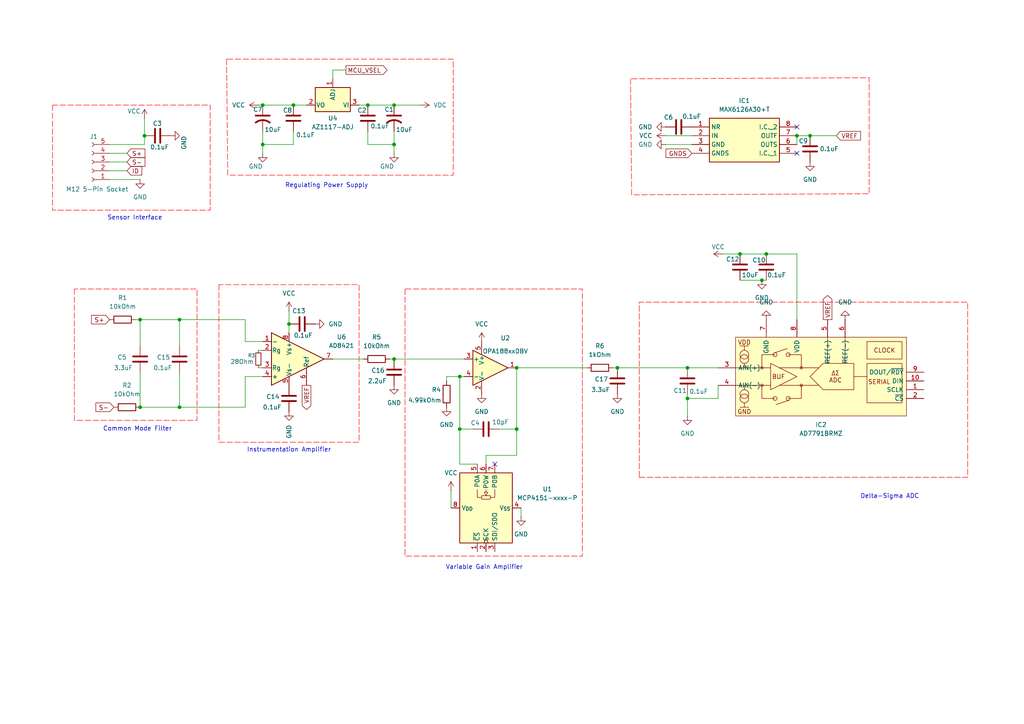
<source format=kicad_sch>
(kicad_sch (version 20250114) (generator "eeschema") (generator_version "9.0")
  (paper "A4")
  (title_block (title "Innovatest Mobile Force Verification Unit Measurement Chain") (date "2025-11-15") (rev "2.0") (comment 1 "Author: Justin Julius Chin Cheong"))
  (lib_symbols
    (symbol "Amplifier_Instrumentation:AD8421" (pin_names (offset 0.127))
      (property "Reference" "U" (at 3.81 7.62 0))
      (property "Value" "AD8421" (at 3.81 5.08 0))
      (symbol "AD8421_0_1"
        (polyline (pts (xy -7.62 7.62) (xy -7.62 -7.62) (xy 7.62 0) (xy -7.62 7.62)) (stroke (width 0.254)) (fill (type background)))
      )
      (symbol "AD8421_1_1"
        (pin input line (at -10.16 5.08 0) (length 2.54) (name "-") (number "1"))
        (pin passive line (at -10.16 2.54 0) (length 2.54) (name "Rg") (number "2"))
        (pin passive line (at -10.16 -2.54 0) (length 2.54) (name "Rg") (number "3"))
        (pin input line (at -10.16 -5.08 0) (length 2.54) (name "+") (number "4"))
        (pin power_in line (at -2.54 7.62 270) (length 2.54) (name "Vs+") (number "8"))
        (pin power_in line (at -2.54 -7.62 90) (length 2.54) (name "Vs-") (number "5"))
        (pin passive line (at 2.54 -7.62 90) (length 5.08) (name "Ref") (number "6"))
        (pin output line (at 10.16 0 180) (length 2.54) (name "~") (number "7"))
      )
    )
    (symbol "Amplifier_Operational:OPA188xxDBV" (pin_names (offset 0.127))
      (property "Reference" "U" (at 0 5.08 0))
      (property "Value" "OPA188xxDBV" (at 0 -5.08 0))
      (symbol "OPA188xxDBV_0_1"
        (polyline (pts (xy -5.08 5.08) (xy 5.08 0) (xy -5.08 -5.08) (xy -5.08 5.08)) (stroke (width 0.254)) (fill (type background)))
        (pin power_in line (at -2.54 7.62 270) (length 3.81) (name "V+") (number "5"))
        (pin power_in line (at -2.54 -7.62 90) (length 3.81) (name "V-") (number "2"))
      )
      (symbol "OPA188xxDBV_1_1"
        (pin input line (at -7.62 2.54 0) (length 2.54) (name "+") (number "3"))
        (pin input line (at -7.62 -2.54 0) (length 2.54) (name "-") (number "4"))
        (pin output line (at 7.62 0 180) (length 2.54) (name "~") (number "1"))
      )
    )
    (symbol "Connector:Conn_01x05_Socket" (pin_names (offset 1.016) (hide yes))
      (property "Reference" "J" (at 0 7.62 0))
      (property "Value" "Conn_01x05_Socket" (at 0 -7.62 0))
      (symbol "Conn_01x05_Socket_1_1"
        (polyline (pts (xy -1.27 5.08) (xy -0.508 5.08)) (stroke (width 0.1524)))
        (polyline (pts (xy -1.27 2.54) (xy -0.508 2.54)) (stroke (width 0.1524)))
        (polyline (pts (xy -1.27 0) (xy -0.508 0)) (stroke (width 0.1524)))
        (polyline (pts (xy -1.27 -2.54) (xy -0.508 -2.54)) (stroke (width 0.1524)))
        (polyline (pts (xy -1.27 -5.08) (xy -0.508 -5.08)) (stroke (width 0.1524)))
        (arc (start 0 4.572) (mid -0.5058 5.08) (end 0 5.588) (stroke (width 0.1524)))
        (arc (start 0 2.032) (mid -0.5058 2.54) (end 0 3.048) (stroke (width 0.1524)))
        (arc (start 0 -0.508) (mid -0.5058 0) (end 0 0.508) (stroke (width 0.1524)))
        (arc (start 0 -3.048) (mid -0.5058 -2.54) (end 0 -2.032) (stroke (width 0.1524)))
        (arc (start 0 -5.588) (mid -0.5058 -5.08) (end 0 -4.572) (stroke (width 0.1524)))
        (pin passive line (at -5.08 5.08 0) (length 3.81) (name "Pin_1") (number "1"))
        (pin passive line (at -5.08 2.54 0) (length 3.81) (name "Pin_2") (number "2"))
        (pin passive line (at -5.08 0 0) (length 3.81) (name "Pin_3") (number "3"))
        (pin passive line (at -5.08 -2.54 0) (length 3.81) (name "Pin_4") (number "4"))
        (pin passive line (at -5.08 -5.08 0) (length 3.81) (name "Pin_5") (number "5"))
      )
    )
    (symbol "Device:C" (pin_numbers (hide yes)) (pin_names (offset 0.254))
      (property "Reference" "C" (at 0.635 2.54 0))
      (property "Value" "C" (at 0.635 -2.54 0))
      (symbol "C_0_1"
        (polyline (pts (xy -2.032 0.762) (xy 2.032 0.762)) (stroke (width 0.508)))
        (polyline (pts (xy -2.032 -0.762) (xy 2.032 -0.762)) (stroke (width 0.508)))
      )
      (symbol "C_1_1"
        (pin passive line (at 0 3.81 270) (length 2.794) (name "~") (number "1"))
        (pin passive line (at 0 -3.81 90) (length 2.794) (name "~") (number "2"))
      )
    )
    (symbol "Device:C_US" (pin_numbers (hide yes)) (pin_names (offset 0.254) (hide yes))
      (property "Reference" "C" (at 0.635 2.54 0))
      (property "Value" "C_US" (at 0.635 -2.54 0))
      (symbol "C_US_0_1"
        (polyline (pts (xy -2.032 0.762) (xy 2.032 0.762)) (stroke (width 0.508)))
        (arc (start -2.032 -1.27) (mid 0 -0.5572) (end 2.032 -1.27) (stroke (width 0.508)))
      )
      (symbol "C_US_1_1"
        (pin passive line (at 0 3.81 270) (length 2.794) (name "~") (number "1"))
        (pin passive line (at 0 -3.81 90) (length 3.302) (name "~") (number "2"))
      )
    )
    (symbol "Device:R" (pin_numbers (hide yes)) (pin_names (offset 0))
      (property "Reference" "R" (at 2.032 0 90))
      (property "Value" "R" (at 0 0 90))
      (symbol "R_0_1"
        (rectangle (start -1.016 -2.54) (end 1.016 2.54) (stroke (width 0.254)))
      )
      (symbol "R_1_1"
        (pin passive line (at 0 3.81 270) (length 1.27) (name "~") (number "1"))
        (pin passive line (at 0 -3.81 90) (length 1.27) (name "~") (number "2"))
      )
    )
    (symbol "Device:R_Small" (pin_numbers (hide yes)) (pin_names (offset 0.254) (hide yes))
      (property "Reference" "R" (at 0 0 90))
      (property "Value" "R_Small" (at 1.778 0 90))
      (symbol "R_Small_0_1"
        (rectangle (start -0.762 1.778) (end 0.762 -1.778) (stroke (width 0.2032)))
      )
      (symbol "R_Small_1_1"
        (pin passive line (at 0 2.54 270) (length 0.762) (name "~") (number "1"))
        (pin passive line (at 0 -2.54 90) (length 0.762) (name "~") (number "2"))
      )
    )
    (symbol "MAX6126A30+T:MAX6126A30+T"
      (property "Reference" "IC" (at 26.67 7.62 0))
      (property "Value" "MAX6126A30+T" (at 26.67 5.08 0))
      (symbol "MAX6126A30+T_1_1"
        (rectangle (start 5.08 2.54) (end 25.4 -10.16) (stroke (width 0.254)) (fill (type background)))
        (pin passive line (at 0 0 0) (length 5.08) (name "NR") (number "1"))
        (pin passive line (at 0 -2.54 0) (length 5.08) (name "IN") (number "2"))
        (pin passive line (at 0 -5.08 0) (length 5.08) (name "GND") (number "3"))
        (pin passive line (at 0 -7.62 0) (length 5.08) (name "GNDS") (number "4"))
        (pin passive line (at 30.48 0 180) (length 5.08) (name "I.C._2") (number "8"))
        (pin passive line (at 30.48 -2.54 180) (length 5.08) (name "OUTF") (number "7"))
        (pin passive line (at 30.48 -5.08 180) (length 5.08) (name "OUTS") (number "6"))
        (pin passive line (at 30.48 -7.62 180) (length 5.08) (name "I.C._1") (number "5"))
      )
    )
    (symbol "Potentiometer_Digital:MCP4151-xxxx-P"
      (property "Reference" "U" (at 2.54 11.43 0))
      (property "Value" "MCP4151-xxxx-P" (at 2.54 8.89 0))
      (symbol "MCP4151-xxxx-P_0_0"
        (pin input line (at -12.7 2.54 0) (length 2.54) (name "~{CS}") (number "1"))
        (pin input clock (at -12.7 0 0) (length 2.54) (name "SCK") (number "2"))
        (pin bidirectional line (at -12.7 -2.54 0) (length 2.54) (name "SDI/SDO") (number "3"))
        (pin power_in line (at 0 10.16 270) (length 2.54) (name "V_{DD}") (number "8"))
        (pin power_in line (at 0 -10.16 90) (length 2.54) (name "V_{SS}") (number "4"))
        (pin passive line (at 12.7 2.54 180) (length 2.54) (name "P0A") (number "5"))
        (pin passive line (at 12.7 0 180) (length 2.54) (name "P0W") (number "6"))
        (pin passive line (at 12.7 -2.54 180) (length 2.54) (name "P0B") (number "7"))
      )
      (symbol "MCP4151-xxxx-P_0_1"
        (rectangle (start 2.54 1.27) (end 3.556 -1.27))
        (polyline (pts (xy 3.048 -1.27) (xy 3.048 -2.54) (xy 5.334 -2.54)))
        (polyline (pts (xy 4.572 0.508) (xy 3.556 0) (xy 4.572 -0.508) (xy 4.572 0.508)))
        (polyline (pts (xy 4.572 0) (xy 5.334 0)))
        (polyline (pts (xy 5.334 2.54) (xy 3.048 2.54) (xy 3.048 1.27)))
      )
      (symbol "MCP4151-xxxx-P_1_1"
        (rectangle (start -10.16 7.62) (end 10.16 -7.62) (stroke (width 0.254)) (fill (type background)))
      )
    )
    (symbol "Regulator_Linear:AZ1117-ADJ" (pin_names (offset 0.254))
      (property "Reference" "U" (at -3.81 3.175 0))
      (property "Value" "AZ1117-ADJ" (at 0 3.175 0))
      (symbol "AZ1117-ADJ_0_1"
        (rectangle (start -5.08 1.905) (end 5.08 -5.08) (stroke (width 0.254)) (fill (type background)))
      )
      (symbol "AZ1117-ADJ_1_1"
        (pin power_in line (at -7.62 0 0) (length 2.54) (name "VI") (number "3"))
        (pin input line (at 0 -7.62 90) (length 2.54) (name "ADJ") (number "1"))
        (pin power_out line (at 7.62 0 180) (length 2.54) (name "VO") (number "2"))
      )
    )
    (symbol "gp-components:AD7791BRMZ" (pin_names (offset 0.762))
      (property "Reference" "IC" (at 45.72 12.7 0))
      (property "Value" "AD7791BRMZ" (at 45.72 10.16 0))
      (symbol "AD7791BRMZ_0_1"
        (polyline (pts (xy -6.35 2.54) (xy 3.81 2.54)))
        (polyline (pts (xy -6.35 -2.54) (xy 3.81 -2.54)))
        (polyline (pts (xy -5.08 8.89) (xy -2.54 8.89)))
        (polyline (pts (xy -3.81 7.62) (xy -3.81 8.89)))
        (circle (center -3.81 6.35) (radius 1.27))
        (circle (center -3.81 5.08) (radius 1.27))
        (polyline (pts (xy -3.81 2.54) (xy -3.81 3.81)))
        (polyline (pts (xy -3.81 -2.54) (xy -3.81 -3.81)))
        (circle (center -3.81 -5.08) (radius 1.27))
        (circle (center -3.81 -6.35) (radius 1.27))
        (polyline (pts (xy -3.81 -7.62) (xy -3.81 -8.89)))
        (polyline (pts (xy -2.54 -8.89) (xy -5.08 -8.89)))
        (polyline (pts (xy 1.27 2.54) (xy 1.27 6.35) (xy 5.08 6.35)))
        (circle (center 1.27 2.54) (radius 0.3592))
        (polyline (pts (xy 1.27 -2.54) (xy 1.27 -6.35) (xy 5.08 -6.35)))
        (circle (center 1.27 -2.54) (radius 0.3592))
        (polyline (pts (xy 3.81 3.81) (xy 3.81 -3.81) (xy 11.43 0) (xy 3.81 3.81)))
        (polyline (pts (xy 4.826 6.858) (xy 8.636 8.128)))
        (circle (center 5.08 6.35) (radius 0.568))
        (circle (center 5.08 -6.35) (radius 0.568))
        (polyline (pts (xy 6.35 2.54) (xy 17.78 2.54)))
        (polyline (pts (xy 6.35 -2.54) (xy 17.78 -2.54)))
        (circle (center 8.89 6.35) (radius 0.568))
        (circle (center 8.89 -6.35) (radius 0.568))
        (polyline (pts (xy 9.144 -6.858) (xy 5.334 -8.128)))
        (polyline (pts (xy 12.7 2.54) (xy 12.7 6.35) (xy 8.89 6.35)))
        (circle (center 12.7 2.54) (radius 0.3592))
        (polyline (pts (xy 12.7 -2.54) (xy 12.7 -6.35) (xy 8.89 -6.35)))
        (circle (center 12.7 -2.54) (radius 0.3592))
        (polyline (pts (xy 15.24 0) (xy 19.05 3.81) (xy 27.94 3.81) (xy 27.94 -3.81) (xy 19.05 -3.81) (xy 15.24 0)))
        (polyline (pts (xy 20.32 11.43) (xy 20.32 3.81) (xy 20.574 3.81)))
        (polyline (pts (xy 25.4 11.684) (xy 25.4 3.81)))
        (polyline (pts (xy 27.94 0) (xy 31.75 0)))
        (rectangle (start 31.75 10.16) (end 41.91 5.08))
        (rectangle (start 31.75 3.81) (end 41.91 -7.62))
      )
      (symbol "AD7791BRMZ_1_0"
        (pin input line (at -11.43 2.54 0) (length 5.08) (name "AIN(+)") (number "3"))
        (pin input line (at -11.43 -2.54 0) (length 5.08) (name "AIN(-)") (number "4"))
        (pin power_in line (at 2.54 16.51 270) (length 5.08) (name "GND") (number "7"))
        (pin power_in line (at 11.43 16.51 270) (length 5.08) (name "VDD") (number "8"))
        (pin input line (at 20.32 16.51 270) (length 5.08) (name "REF(+)") (number "5"))
        (pin input line (at 25.4 16.51 270) (length 5.08) (name "REF(-)") (number "6"))
        (pin output line (at 48.26 1.27 180) (length 5.08) (name "DOUT/~{RDY}") (number "9"))
        (pin input line (at 48.26 -1.27 180) (length 5.08) (name "DIN") (number "10"))
        (pin input line (at 48.26 -3.81 180) (length 5.08) (name "SCLK") (number "1"))
        (pin input line (at 48.26 -6.35 180) (length 5.08) (name "~{CS}") (number "2"))
      )
      (symbol "AD7791BRMZ_1_1"
        (polyline (pts (xy -6.35 11.43) (xy 43.18 11.43) (xy 43.18 -11.43) (xy -6.35 -11.43) (xy -6.35 11.43)) (stroke (width 0.1524)) (fill (type background)))
        (text "VDD" (at -3.81 9.906 0) (effects (font (size 1.27 1.27))))
        (text "GND\n" (at -3.81 -10.16 0) (effects (font (size 1.27 1.27))))
        (text "BUF\n" (at 6.096 0 0) (effects (font (size 1.27 1.27))))
        (text "ΔΣ\nADC" (at 22.606 0 0) (effects (font (size 1.27 1.27))))
        (text "SERIAL" (at 35.306 -1.524 0) (effects (font (size 1.27 1.27))))
        (text "CLOCK" (at 36.83 7.62 0) (effects (font (size 1.27 1.27))))
      )
    )
    (symbol "power:GND" (power) (pin_numbers (hide yes)) (pin_names (offset 0) (hide yes))
      (property "Value" "GND" (at 0 -3.81 0))
      (symbol "GND_0_1"
        (polyline (pts (xy 0 0) (xy 0 -1.27) (xy 1.27 -1.27) (xy 0 -2.54) (xy -1.27 -1.27) (xy 0 -1.27)))
      )
      (symbol "GND_1_1"
        (pin power_in line (at 0 0 270) (length 0) (name "~") (number "1"))
      )
    )
    (symbol "power:VCC" (power) (pin_numbers (hide yes)) (pin_names (offset 0) (hide yes))
      (property "Value" "VCC" (at 0 3.556 0))
      (symbol "VCC_0_1"
        (polyline (pts (xy -0.762 1.27) (xy 0 2.54)))
        (polyline (pts (xy 0 2.54) (xy 0.762 1.27)))
        (polyline (pts (xy 0 0) (xy 0 2.54)))
      )
      (symbol "VCC_1_1"
        (pin power_in line (at 0 0 90) (length 0) (name "~") (number "1"))
      )
    )
  )
  (text "Instrumentation Amplifier" (at 83.82 130.556 0) (effects (font (size 1.27 1.27))))
  (text "Common Mode Filter" (at 39.878 124.46 0) (effects (font (size 1.27 1.27))))
  (text "Variable Gain Amplifier\n" (at 140.462 164.592 0) (effects (font (size 1.27 1.27))))
  (text "Regulating Power Supply\n" (at 94.742 53.848 0) (effects (font (size 1.27 1.27))))
  (text "Delta-Sigma ADC" (at 258.064 144.018 0) (effects (font (size 1.27 1.27))))
  (text "Sensor Interface" (at 39.116 63.246 0) (effects (font (size 1.27 1.27))))
  (junction (at 133.35 124.46))
  (junction (at 76.2 41.91))
  (junction (at 85.09 30.48))
  (junction (at 199.39 106.68))
  (junction (at 52.07 92.71))
  (junction (at 133.35 109.22))
  (junction (at 76.2 30.48))
  (junction (at 114.3 41.91))
  (junction (at 41.91 39.37))
  (junction (at 106.68 30.48))
  (junction (at 231.14 39.37))
  (junction (at 220.98 81.28))
  (junction (at 234.95 39.37))
  (junction (at 40.64 92.71))
  (junction (at 149.86 124.46))
  (junction (at 83.82 93.98))
  (junction (at 114.3 30.48))
  (junction (at 214.63 73.66))
  (junction (at 179.07 106.68))
  (junction (at 199.39 115.57))
  (junction (at 114.3 104.14))
  (junction (at 149.86 106.68))
  (junction (at 40.64 118.11))
  (junction (at 222.25 73.66))
  (junction (at 52.07 118.11))
  (no_connect (at 231.14 44.45))
  (no_connect (at 231.14 36.83))
  (no_connect (at 143.51 134.62))
  (wire (pts (xy 85.09 38.1) (xy 85.09 41.91)))
  (wire (pts (xy 83.82 90.17) (xy 83.82 93.98)))
  (wire (pts (xy 199.39 115.57) (xy 208.28 115.57)))
  (wire (pts (xy 40.64 92.71) (xy 39.37 92.71)))
  (wire (pts (xy 106.68 30.48) (xy 114.3 30.48)))
  (wire (pts (xy 134.62 109.22) (xy 133.35 109.22)))
  (wire (pts (xy 193.04 41.91) (xy 200.66 41.91)))
  (wire (pts (xy 114.3 30.48) (xy 121.92 30.48)))
  (wire (pts (xy 114.3 41.91) (xy 114.3 38.1)))
  (wire (pts (xy 71.12 118.11) (xy 71.12 109.22)))
  (wire (pts (xy 133.35 124.46) (xy 137.16 124.46)))
  (wire (pts (xy 76.2 30.48) (xy 85.09 30.48)))
  (wire (pts (xy 104.14 30.48) (xy 106.68 30.48)))
  (wire (pts (xy 114.3 41.91) (xy 114.3 44.45)))
  (wire (pts (xy 36.83 49.53) (xy 31.75 49.53)))
  (wire (pts (xy 242.57 39.37) (xy 234.95 39.37)))
  (wire (pts (xy 40.64 107.95) (xy 40.64 118.11)))
  (wire (pts (xy 231.14 39.37) (xy 234.95 39.37)))
  (wire (pts (xy 96.52 104.14) (xy 105.41 104.14)))
  (wire (pts (xy 36.83 44.45) (xy 31.75 44.45)))
  (wire (pts (xy 40.64 92.71) (xy 40.64 100.33)))
  (wire (pts (xy 71.12 99.06) (xy 76.2 99.06)))
  (wire (pts (xy 193.04 39.37) (xy 200.66 39.37)))
  (wire (pts (xy 231.14 39.37) (xy 231.14 41.91)))
  (wire (pts (xy 41.91 34.29) (xy 41.91 39.37)))
  (wire (pts (xy 149.86 124.46) (xy 149.86 132.08)))
  (wire (pts (xy 138.43 134.62) (xy 133.35 134.62)))
  (wire (pts (xy 199.39 106.68) (xy 208.28 106.68)))
  (wire (pts (xy 96.52 20.32) (xy 96.52 22.86)))
  (wire (pts (xy 133.35 124.46) (xy 133.35 109.22)))
  (wire (pts (xy 76.2 41.91) (xy 76.2 38.1)))
  (wire (pts (xy 199.39 115.57) (xy 199.39 114.3)))
  (wire (pts (xy 85.09 30.48) (xy 88.9 30.48)))
  (wire (pts (xy 214.63 73.66) (xy 222.25 73.66)))
  (wire (pts (xy 129.54 109.22) (xy 129.54 110.49)))
  (wire (pts (xy 83.82 93.98) (xy 83.82 96.52)))
  (wire (pts (xy 76.2 41.91) (xy 85.09 41.91)))
  (wire (pts (xy 222.25 81.28) (xy 220.98 81.28)))
  (wire (pts (xy 151.13 149.86) (xy 151.13 147.32)))
  (wire (pts (xy 52.07 107.95) (xy 52.07 118.11)))
  (wire (pts (xy 31.75 52.07) (xy 40.64 52.07)))
  (wire (pts (xy 149.86 106.68) (xy 149.86 124.46)))
  (wire (pts (xy 71.12 92.71) (xy 71.12 99.06)))
  (wire (pts (xy 40.64 92.71) (xy 52.07 92.71)))
  (wire (pts (xy 133.35 134.62) (xy 133.35 124.46)))
  (wire (pts (xy 149.86 132.08) (xy 140.97 132.08)))
  (wire (pts (xy 149.86 106.68) (xy 170.18 106.68)))
  (wire (pts (xy 106.68 41.91) (xy 114.3 41.91)))
  (wire (pts (xy 52.07 92.71) (xy 52.07 100.33)))
  (wire (pts (xy 231.14 73.66) (xy 231.14 92.71)))
  (wire (pts (xy 100.33 20.32) (xy 96.52 20.32)))
  (wire (pts (xy 209.55 73.66) (xy 214.63 73.66)))
  (wire (pts (xy 113.03 104.14) (xy 114.3 104.14)))
  (wire (pts (xy 52.07 92.71) (xy 71.12 92.71)))
  (wire (pts (xy 208.28 115.57) (xy 208.28 111.76)))
  (wire (pts (xy 144.78 124.46) (xy 149.86 124.46)))
  (wire (pts (xy 199.39 115.57) (xy 199.39 120.65)))
  (wire (pts (xy 36.83 46.99) (xy 31.75 46.99)))
  (wire (pts (xy 231.14 73.66) (xy 222.25 73.66)))
  (wire (pts (xy 40.64 118.11) (xy 52.07 118.11)))
  (wire (pts (xy 114.3 104.14) (xy 134.62 104.14)))
  (wire (pts (xy 74.93 106.68) (xy 76.2 106.68)))
  (wire (pts (xy 71.12 118.11) (xy 52.07 118.11)))
  (wire (pts (xy 74.93 101.6) (xy 76.2 101.6)))
  (wire (pts (xy 41.91 39.37) (xy 41.91 41.91)))
  (wire (pts (xy 177.8 106.68) (xy 179.07 106.68)))
  (wire (pts (xy 106.68 38.1) (xy 106.68 41.91)))
  (wire (pts (xy 179.07 106.68) (xy 199.39 106.68)))
  (wire (pts (xy 140.97 132.08) (xy 140.97 134.62)))
  (wire (pts (xy 31.75 41.91) (xy 41.91 41.91)))
  (wire (pts (xy 74.93 30.48) (xy 76.2 30.48)))
  (wire (pts (xy 130.81 142.24) (xy 130.81 147.32)))
  (wire (pts (xy 71.12 109.22) (xy 76.2 109.22)))
  (wire (pts (xy 214.63 81.28) (xy 220.98 81.28)))
  (wire (pts (xy 133.35 109.22) (xy 129.54 109.22)))
  (wire (pts (xy 76.2 41.91) (xy 76.2 44.45)))
  (global_label "S+" (shape input) (at 36.83 44.45 0) (property "Intersheetrefs" "${INTERSHEET_REFS}" (effects (hide yes))))
  (global_label "VREF" (shape output) (at 88.9 111.76 270) (property "Intersheetrefs" "${INTERSHEET_REFS}" (effects (hide yes))))
  (global_label "GNDS" (shape input) (at 200.66 44.45 180) (property "Intersheetrefs" "${INTERSHEET_REFS}" (effects (hide yes))))
  (global_label "S+" (shape input) (at 31.75 92.71 180) (property "Intersheetrefs" "${INTERSHEET_REFS}" (effects (hide yes))))
  (global_label "VREF" (shape input) (at 242.57 39.37 0) (property "Intersheetrefs" "${INTERSHEET_REFS}" (effects (hide yes))))
  (global_label "ID" (shape input) (at 36.83 49.53 0) (property "Intersheetrefs" "${INTERSHEET_REFS}" (effects (hide yes))))
  (global_label "VREF" (shape output) (at 240.03 92.71 90) (property "Intersheetrefs" "${INTERSHEET_REFS}" (effects (hide yes))))
  (global_label "MCU_VSEL" (shape output) (at 100.33 20.32 0) (property "Intersheetrefs" "${INTERSHEET_REFS}" (effects (hide yes))))
  (global_label "S-" (shape input) (at 33.02 118.11 180) (property "Intersheetrefs" "${INTERSHEET_REFS}" (effects (hide yes))))
  (global_label "S-" (shape input) (at 36.83 46.99 0) (property "Intersheetrefs" "${INTERSHEET_REFS}" (effects (hide yes))))
  (rule_area (polyline (pts (xy 185.42 138.43) (xy 280.67 138.43) (xy 280.67 87.63) (xy 185.42 87.63)) (stroke (width 0) (type dash))))
  (rule_area (polyline (pts (xy 117.475 83.82) (xy 117.475 161.29) (xy 168.91 161.29) (xy 168.91 83.82)) (stroke (width 0) (type dash))))
  (rule_area (polyline (pts (xy 21.59 83.82) (xy 21.59 121.92) (xy 57.15 121.92) (xy 57.15 83.82)) (stroke (width 0) (type dash))))
  (rule_area (polyline (pts (xy 65.7225 17.145) (xy 66.04 50.8) (xy 131.445 50.8) (xy 131.445 17.145)) (stroke (width 0) (type dash))))
  (rule_area (polyline (pts (xy 15.24 30.48) (xy 15.24 60.96) (xy 60.96 60.96) (xy 60.96 30.48)) (stroke (width 0) (type dash))))
  (rule_area (polyline (pts (xy 182.88 22.86) (xy 183.1975 56.515) (xy 252.0949 56.1975) (xy 252.0949 22.5425)) (stroke (width 0) (type dash))))
  (rule_area (polyline (pts (xy 63.5 82.55) (xy 63.5 128.27) (xy 104.14 128.27) (xy 104.14 82.55)) (stroke (width 0) (type dash))))
  (symbol (lib_id "Device:C") (at 114.3 107.95 0) (unit 1)
    (property "Reference" "C16" (at 107.696 107.442 0) (effects (justify left)))
    (property "Value" "2.2uF" (at 106.68 110.49 0) (effects (justify left)))
    (property "Description" "Unpolarized capacitor" (effects (hide yes)))
  )
  (symbol (lib_id "power:GND") (at 199.39 120.65 0) (unit 1)
    (property "Reference" "#PWR018" (effects (hide yes)))
    (property "Value" "GND" (at 199.39 125.73 0))
    (property "Description" "Power symbol creates a global label with name \"GND\" , ground" (effects (hide yes)))
  )
  (symbol (lib_id "Device:C") (at 45.72 39.37 90) (unit 1)
    (property "Reference" "C3" (at 46.99 35.814 90) (effects (justify left)))
    (property "Value" "0.1uF" (at 49.022 42.672 90) (effects (justify left)))
    (property "Description" "Unpolarized capacitor" (effects (hide yes)))
  )
  (symbol (lib_id "power:GND") (at 139.7 114.3 0) (unit 1)
    (property "Reference" "#PWR020" (effects (hide yes)))
    (property "Value" "GND" (at 139.7 119.38 0))
    (property "Description" "Power symbol creates a global label with name \"GND\" , ground" (effects (hide yes)))
  )
  (symbol (lib_id "Device:R") (at 173.99 106.68 270) (unit 1)
    (property "Reference" "R6" (at 173.99 100.33 90))
    (property "Value" "1kOhm" (at 173.99 102.87 90))
    (property "Description" "Resistor" (effects (hide yes)))
  )
  (symbol (lib_id "power:GND") (at 193.04 36.83 270) (unit 1)
    (property "Reference" "#PWR011" (effects (hide yes)))
    (property "Value" "GND" (at 189.23 36.8299 90) (effects (justify right)))
    (property "Description" "Power symbol creates a global label with name \"GND\" , ground" (effects (hide yes)))
  )
  (symbol (lib_id "MAX6126A30+T:MAX6126A30+T") (at 200.66 36.83 0) (unit 1)
    (property "Reference" "IC1" (at 215.9 29.21 0))
    (property "Value" "MAX6126A30+T" (at 215.9 31.75 0))
    (property "Footprint" "SOP65P490X110-8N" (effects (hide yes)))
    (property "Datasheet" "https://datasheets.maximintegrated.com/en/ds/MAX6126.pdf" (effects (hide yes)))
    (property "Description" "Voltage References Ultra-High-Precision Ultra-Low-Noise" (effects (hide yes)))
    (property "Height" "1.1" (effects (hide yes)))
    (property "Mouser Part Number" "700-MAX6126A30T" (effects (hide yes)))
    (property "Mouser Price/Stock" "https://www.mouser.co.uk/ProductDetail/Analog-Devices-Maxim-Integrated/MAX6126A30%2bT?qs=GxOUx7aO6nz7u5ex3tMmZQ%3D%3D" (effects (hide yes)))
    (property "Manufacturer_Name" "Analog Devices" (effects (hide yes)))
    (property "Manufacturer_Part_Number" "MAX6126A30+T" (effects (hide yes)))
  )
  (symbol (lib_id "power:GND") (at 83.82 119.38 0) (unit 1)
    (property "Reference" "#PWR021" (effects (hide yes)))
    (property "Value" "GND" (at 83.8201 123.19 90) (effects (justify right)))
    (property "Description" "Power symbol creates a global label with name \"GND\" , ground" (effects (hide yes)))
  )
  (symbol (lib_id "power:GND") (at 151.13 149.86 0) (unit 1)
    (property "Reference" "#PWR024" (effects (hide yes)))
    (property "Value" "GND" (at 151.13 154.94 0))
    (property "Description" "Power symbol creates a global label with name \"GND\" , ground" (effects (hide yes)))
  )
  (symbol (lib_id "Device:C") (at 140.97 124.46 90) (unit 1)
    (property "Reference" "C4" (at 139.192 122.682 90) (effects (justify left)))
    (property "Value" "10pF" (at 147.574 122.428 90) (effects (justify left)))
    (property "Description" "Unpolarized capacitor" (effects (hide yes)))
  )
  (symbol (lib_id "power:VCC") (at 83.82 90.17 0) (unit 1)
    (property "Reference" "#PWR07" (effects (hide yes)))
    (property "Value" "VCC" (at 83.82 85.09 0))
    (property "Description" "Power symbol creates a global label with name \"VCC\"" (effects (hide yes)))
  )
  (symbol (lib_id "power:GND") (at 114.3 44.45 0) (unit 1)
    (property "Reference" "#PWR01" (effects (hide yes)))
    (property "Value" "GND" (at 114.3001 48.26 0) (effects (justify right)))
    (property "Description" "Power symbol creates a global label with name \"GND\" , ground" (effects (hide yes)))
  )
  (symbol (lib_id "Device:C") (at 196.85 36.83 270) (unit 1)
    (property "Reference" "C6" (at 192.532 34.036 90) (effects (justify left)))
    (property "Value" "0.1uF" (at 197.866 33.782 90) (effects (justify left)))
    (property "Description" "Unpolarized capacitor" (effects (hide yes)))
  )
  (symbol (lib_id "power:GND") (at 91.44 93.98 90) (unit 1)
    (property "Reference" "#PWR019" (effects (hide yes)))
    (property "Value" "GND" (at 95.25 93.9799 90) (effects (justify right)))
    (property "Description" "Power symbol creates a global label with name \"GND\" , ground" (effects (hide yes)))
  )
  (symbol (lib_id "Potentiometer_Digital:MCP4151-xxxx-P") (at 140.97 147.32 90) (unit 1)
    (property "Reference" "U1" (at 158.75 141.8746 90))
    (property "Value" "MCP4151-xxxx-P" (at 158.75 144.4146 90))
    (property "Footprint" "Package_DIP:DIP-8_W7.62mm" (effects (hide yes)))
    (property "Datasheet" "https://ww1.microchip.com/downloads/aemDocuments/documents/OTH/ProductDocuments/DataSheets/22060b.pdf" (effects (hide yes)))
    (property "Description" "Single Digital Potentiometer, SPI interface, 257 taps, 5/10/50/100 kohm, volatile memory" (effects (hide yes)))
  )
  (symbol (lib_id "Device:C") (at 83.82 115.57 0) (unit 1)
    (property "Reference" "C14" (at 77.216 115.062 0) (effects (justify left)))
    (property "Value" "0.1uF" (at 76.2 118.11 0) (effects (justify left)))
    (property "Description" "Unpolarized capacitor" (effects (hide yes)))
  )
  (symbol (lib_id "power:VCC") (at 193.04 39.37 90) (unit 1)
    (property "Reference" "#PWR010" (effects (hide yes)))
    (property "Value" "VCC" (at 189.23 39.3699 90) (effects (justify left)))
    (property "Description" "Power symbol creates a global label with name \"VCC\"" (effects (hide yes)))
  )
  (symbol (lib_id "Amplifier_Instrumentation:AD8421") (at 86.36 104.14 0) (unit 1)
    (property "Reference" "U6" (at 99.06 97.7198 0))
    (property "Value" "AD8421" (at 99.06 100.2598 0))
    (property "Datasheet" "https://www.analog.com/media/en/technical-documentation/data-sheets/AD8421.pdf" (effects (hide yes)))
    (property "Description" "Single Low Power Instrumentation Amplifier, SOIC-8/MSOP-8" (effects (hide yes)))
  )
  (symbol (lib_id "Connector:Conn_01x05_Socket") (at 26.67 46.99 180) (unit 1)
    (property "Reference" "J1" (at 27.178 39.624 0))
    (property "Value" "M12 5-Pin Socket" (at 28.194 54.864 0))
    (property "Description" "Generic connector, single row, 01x05, script generated" (effects (hide yes)))
  )
  (symbol (lib_id "power:GND") (at 49.53 39.37 90) (unit 1)
    (property "Reference" "#PWR05" (effects (hide yes)))
    (property "Value" "GND" (at 53.34 39.3699 0) (effects (justify right)))
    (property "Description" "Power symbol creates a global label with name \"GND\" , ground" (effects (hide yes)))
  )
  (symbol (lib_id "power:GND") (at 222.25 92.71 180) (unit 1)
    (property "Reference" "#PWR015" (effects (hide yes)))
    (property "Value" "GND" (at 222.25 87.63 0))
    (property "Description" "Power symbol creates a global label with name \"GND\" , ground" (effects (hide yes)))
  )
  (symbol (lib_id "power:GND") (at 234.95 46.99 0) (unit 1)
    (property "Reference" "#PWR012" (effects (hide yes)))
    (property "Value" "GND" (at 234.95 52.07 0))
    (property "Description" "Power symbol creates a global label with name \"GND\" , ground" (effects (hide yes)))
  )
  (symbol (lib_id "power:VCC") (at 139.7 99.06 0) (unit 1)
    (property "Reference" "#PWR022" (effects (hide yes)))
    (property "Value" "VCC" (at 139.7 93.98 0))
    (property "Description" "Power symbol creates a global label with name \"VCC\"" (effects (hide yes)))
  )
  (symbol (lib_id "power:VCC") (at 74.93 30.48 90) (unit 1)
    (property "Reference" "#PWR04" (effects (hide yes)))
    (property "Value" "VCC" (at 71.12 30.4799 90) (effects (justify left)))
    (property "Description" "Power symbol creates a global label with name \"VCC\"" (effects (hide yes)))
  )
  (symbol (lib_id "power:GND") (at 40.64 52.07 0) (unit 1)
    (property "Reference" "#PWR03" (effects (hide yes)))
    (property "Value" "GND" (at 40.64 57.15 0))
    (property "Description" "Power symbol creates a global label with name \"GND\" , ground" (effects (hide yes)))
  )
  (symbol (lib_id "power:GND") (at 193.04 41.91 270) (unit 1)
    (property "Reference" "#PWR09" (effects (hide yes)))
    (property "Value" "GND" (at 189.23 41.9099 90) (effects (justify right)))
    (property "Description" "Power symbol creates a global label with name \"GND\" , ground" (effects (hide yes)))
  )
  (symbol (lib_id "Device:R_Small") (at 74.93 104.14 0) (unit 1)
    (property "Reference" "R3" (at 71.882 103.124 0) (effects (font (size 1.016 1.016)) (justify left)))
    (property "Value" "28Ohm" (at 66.802 104.902 0) (effects (justify left)))
    (property "Description" "Resistor, small symbol" (effects (hide yes)))
  )
  (symbol (lib_id "Device:C_US") (at 76.2 34.29 0) (unit 1)
    (property "Reference" "C7" (at 73.406 31.75 0) (effects (justify left)))
    (property "Value" "10uF" (at 76.708 37.592 0) (effects (justify left)))
    (property "Description" "capacitor, US symbol" (effects (hide yes)))
  )
  (symbol (lib_id "Device:C") (at 87.63 93.98 90) (unit 1)
    (property "Reference" "C13" (at 88.646 90.17 90) (effects (justify left)))
    (property "Value" "0.1uF" (at 90.678 97.282 90) (effects (justify left)))
    (property "Description" "Unpolarized capacitor" (effects (hide yes)))
  )
  (symbol (lib_id "Device:C") (at 214.63 77.47 0) (unit 1)
    (property "Reference" "C12" (at 210.566 75.184 0) (effects (justify left)))
    (property "Value" "10uF" (at 215.138 79.756 0) (effects (justify left)))
    (property "Description" "Unpolarized capacitor" (effects (hide yes)))
  )
  (symbol (lib_id "Device:C") (at 234.95 43.18 0) (unit 1)
    (property "Reference" "C9" (at 231.648 40.894 0) (effects (justify left)))
    (property "Value" "0.1uF" (at 237.744 43.18 0) (effects (justify left)))
    (property "Description" "Unpolarized capacitor" (effects (hide yes)))
  )
  (symbol (lib_id "Device:C") (at 222.25 77.47 0) (unit 1)
    (property "Reference" "C10" (at 218.186 75.438 0) (effects (justify left)))
    (property "Value" "0.1uF" (at 222.504 79.756 0) (effects (justify left)))
    (property "Description" "Unpolarized capacitor" (effects (hide yes)))
  )
  (symbol (lib_id "power:GND") (at 220.98 81.28 0) (unit 1)
    (property "Reference" "#PWR017" (effects (hide yes)))
    (property "Value" "GND" (at 220.98 86.36 0))
    (property "Description" "Power symbol creates a global label with name \"GND\" , ground" (effects (hide yes)))
  )
  (symbol (lib_id "power:VCC") (at 209.55 73.66 90) (unit 1)
    (property "Reference" "#PWR016" (effects (hide yes)))
    (property "Value" "VCC" (at 208.28 71.628 90))
    (property "Description" "Power symbol creates a global label with name \"VCC\"" (effects (hide yes)))
  )
  (symbol (lib_id "power:GND") (at 179.07 114.3 0) (unit 1)
    (property "Reference" "#PWR027" (effects (hide yes)))
    (property "Value" "GND" (at 179.07 119.38 0))
    (property "Description" "Power symbol creates a global label with name \"GND\" , ground" (effects (hide yes)))
  )
  (symbol (lib_id "Regulator_Linear:AZ1117-ADJ") (at 96.52 30.48 180) (unit 1)
    (property "Reference" "U4" (at 96.52 34.29 0))
    (property "Value" "AZ1117-ADJ" (at 96.52 36.83 0))
    (property "Datasheet" "https://www.diodes.com/assets/Datasheets/AZ1117.pdf" (effects (hide yes)))
    (property "Description" "1A 20V Adjustable LDO Linear Regulator, SOT-89/SOT-223/TO-220/TO-252/TO-263" (effects (hide yes)))
  )
  (symbol (lib_id "power:VCC") (at 130.81 142.24 0) (unit 1)
    (property "Reference" "#PWR025" (effects (hide yes)))
    (property "Value" "VCC" (at 130.81 137.16 0))
    (property "Description" "Power symbol creates a global label with name \"VCC\"" (effects (hide yes)))
  )
  (symbol (lib_id "Device:R") (at 36.83 118.11 90) (unit 1)
    (property "Reference" "R2" (at 36.83 111.76 90))
    (property "Value" "10kOhm" (at 36.83 114.3 90))
    (property "Description" "Resistor" (effects (hide yes)))
  )
  (symbol (lib_id "power:GND") (at 114.3 111.76 0) (unit 1)
    (property "Reference" "#PWR026" (effects (hide yes)))
    (property "Value" "GND" (at 114.3 116.84 0))
    (property "Description" "Power symbol creates a global label with name \"GND\" , ground" (effects (hide yes)))
  )
  (symbol (lib_id "Device:R") (at 109.22 104.14 270) (unit 1)
    (property "Reference" "R5" (at 109.22 97.79 90))
    (property "Value" "10kOhm" (at 109.22 100.33 90))
    (property "Description" "Resistor" (effects (hide yes)))
  )
  (symbol (lib_id "Device:C") (at 106.68 34.29 0) (unit 1)
    (property "Reference" "C2" (at 103.632 32.004 0) (effects (justify left)))
    (property "Value" "0.1uF" (at 107.442 36.576 0) (effects (justify left)))
    (property "Description" "Unpolarized capacitor" (effects (hide yes)))
  )
  (symbol (lib_id "power:GND") (at 245.11 92.71 180) (unit 1)
    (property "Reference" "#PWR08" (effects (hide yes)))
    (property "Value" "GND" (at 245.11 87.63 0))
    (property "Description" "Power symbol creates a global label with name \"GND\" , ground" (effects (hide yes)))
  )
  (symbol (lib_id "power:GND") (at 129.54 118.11 0) (unit 1)
    (property "Reference" "#PWR023" (effects (hide yes)))
    (property "Value" "GND" (at 129.54 123.19 0))
    (property "Description" "Power symbol creates a global label with name \"GND\" , ground" (effects (hide yes)))
  )
  (symbol (lib_id "Device:C") (at 199.39 110.49 0) (unit 1)
    (property "Reference" "C11" (at 195.326 113.284 0) (effects (justify left)))
    (property "Value" "0.1uF" (at 199.898 113.538 0) (effects (justify left)))
    (property "Description" "Unpolarized capacitor" (effects (hide yes)))
  )
  (symbol (lib_id "gp-components:AD7791BRMZ") (at 219.71 109.22 0) (unit 1)
    (property "Reference" "IC2" (at 238.125 123.19 0))
    (property "Value" "AD7791BRMZ" (at 238.125 125.73 0))
    (property "Footprint" "SOP50P490X110-10N" (effects (hide yes)))
    (property "Datasheet" "http://www.analog.com/static/imported-files/data_sheets/AD7791.pdf" (effects (hide yes)))
    (property "Description" "AD7791BRMZ, 24-Bit Analogue to Digital Converter, Differential, SPI, 10-Pin MSOP" (effects (hide yes)))
    (property "Description_1" "AD7791BRMZ, 24-Bit Analogue to Digital Converter, Differential, SPI, 10-Pin MSOP" (effects (hide yes)))
    (property "Height" "1.1" (effects (hide yes)))
    (property "Mouser Part Number" "584-AD7791BRMZ" (effects (hide yes)))
    (property "Mouser Price/Stock" "https://www.mouser.co.uk/ProductDetail/Analog-Devices/AD7791BRMZ?qs=%2FtpEQrCGXCzm0ShIQ8q4ww%3D%3D" (effects (hide yes)))
    (property "Manufacturer_Name" "Analog Devices" (effects (hide yes)))
    (property "Manufacturer_Part_Number" "AD7791BRMZ" (effects (hide yes)))
  )
  (symbol (lib_id "Amplifier_Operational:OPA188xxDBV") (at 142.24 106.68 0) (unit 1)
    (property "Reference" "U2" (at 146.558 98.044 0))
    (property "Value" "OPA188xxDBV" (at 146.558 101.854 0))
    (property "Footprint" "Package_TO_SOT_SMD:TSOT-23-5" (effects (hide yes)))
    (property "Datasheet" "http://www.ti.com/lit/ds/symlink/opa188.pdf" (effects (hide yes)))
    (property "Description" "Zero-Drift, Precision, Low-Noise, Rail-to-Rail Output, 36-V Operational Amplifier, TSOT-23-5" (effects (hide yes)))
  )
  (symbol (lib_id "Device:C") (at 52.07 104.14 0) (unit 1)
    (property "Reference" "C15" (at 45.466 103.632 0) (effects (justify left)))
    (property "Value" "0.1uF" (at 44.45 106.68 0) (effects (justify left)))
    (property "Description" "Unpolarized capacitor" (effects (hide yes)))
  )
  (symbol (lib_id "Device:C") (at 40.64 104.14 0) (unit 1)
    (property "Reference" "C5" (at 34.036 103.632 0) (effects (justify left)))
    (property "Value" "3.3uF" (at 33.02 106.68 0) (effects (justify left)))
    (property "Description" "Unpolarized capacitor" (effects (hide yes)))
  )
  (symbol (lib_id "Device:R") (at 35.56 92.71 270) (unit 1)
    (property "Reference" "R1" (at 35.56 86.36 90))
    (property "Value" "10kOhm" (at 35.56 88.9 90))
    (property "Description" "Resistor" (effects (hide yes)))
  )
  (symbol (lib_id "Device:R") (at 129.54 114.3 0) (unit 1)
    (property "Reference" "R4" (at 125.222 113.03 0) (effects (justify left)))
    (property "Value" "4.99kOhm" (at 118.364 116.078 0) (effects (justify left)))
    (property "Description" "Resistor" (effects (hide yes)))
  )
  (symbol (lib_id "power:GND") (at 76.2 44.45 0) (unit 1)
    (property "Reference" "#PWR013" (effects (hide yes)))
    (property "Value" "GND" (at 76.2001 48.26 0) (effects (justify right)))
    (property "Description" "Power symbol creates a global label with name \"GND\" , ground" (effects (hide yes)))
  )
  (symbol (lib_id "Device:C_US") (at 114.3 34.29 0) (unit 1)
    (property "Reference" "C1" (at 111.506 31.75 0) (effects (justify left)))
    (property "Value" "10uF" (at 114.808 37.592 0) (effects (justify left)))
    (property "Description" "capacitor, US symbol" (effects (hide yes)))
  )
  (symbol (lib_id "power:VCC") (at 41.91 34.29 0) (unit 1)
    (property "Reference" "#PWR06" (effects (hide yes)))
    (property "Value" "VCC" (at 38.862 32.258 0))
    (property "Description" "Power symbol creates a global label with name \"VCC\"" (effects (hide yes)))
  )
  (symbol (lib_id "Device:C") (at 179.07 110.49 0) (unit 1)
    (property "Reference" "C17" (at 172.466 109.982 0) (effects (justify left)))
    (property "Value" "3.3uF" (at 171.45 113.03 0) (effects (justify left)))
    (property "Description" "Unpolarized capacitor" (effects (hide yes)))
  )
  (symbol (lib_id "Device:C") (at 85.09 34.29 0) (unit 1)
    (property "Reference" "C8" (at 82.042 32.004 0) (effects (justify left)))
    (property "Value" "0.1uF" (at 85.852 39.116 0) (effects (justify left)))
    (property "Description" "Unpolarized capacitor" (effects (hide yes)))
  )
  (symbol (lib_id "power:VCC") (at 121.92 30.48 270) (unit 1)
    (property "Reference" "#PWR02" (effects (hide yes)))
    (property "Value" "VDC" (at 125.73 30.4799 90) (effects (justify left)))
    (property "Description" "Power symbol creates a global label with name \"VCC\"" (effects (hide yes)))
  )
)
</source>
